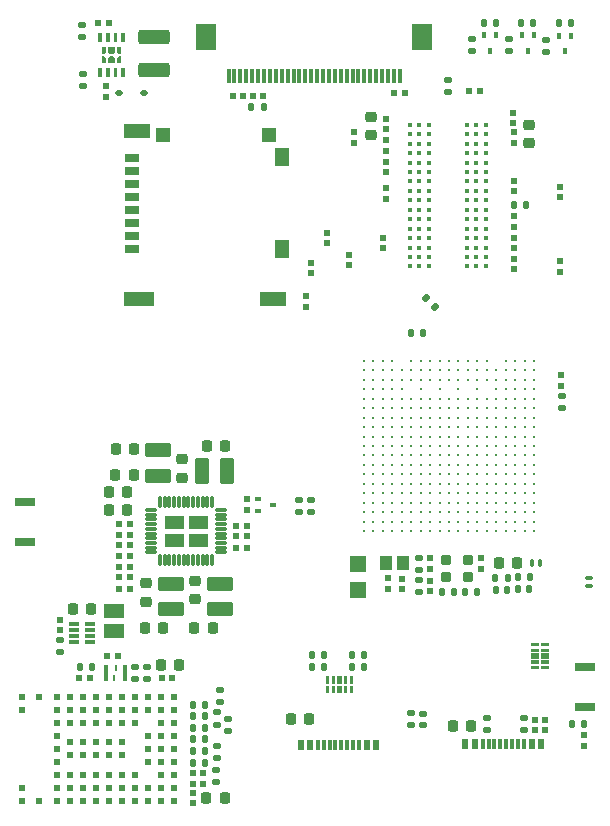
<source format=gbr>
%TF.GenerationSoftware,KiCad,Pcbnew,9.0.7*%
%TF.CreationDate,2026-01-26T18:53:02-07:00*%
%TF.ProjectId,MPU_MOD,4d50555f-4d4f-4442-9e6b-696361645f70,rev?*%
%TF.SameCoordinates,Original*%
%TF.FileFunction,Paste,Top*%
%TF.FilePolarity,Positive*%
%FSLAX46Y46*%
G04 Gerber Fmt 4.6, Leading zero omitted, Abs format (unit mm)*
G04 Created by KiCad (PCBNEW 9.0.7) date 2026-01-26 18:53:02*
%MOMM*%
%LPD*%
G01*
G04 APERTURE LIST*
G04 Aperture macros list*
%AMRoundRect*
0 Rectangle with rounded corners*
0 $1 Rounding radius*
0 $2 $3 $4 $5 $6 $7 $8 $9 X,Y pos of 4 corners*
0 Add a 4 corners polygon primitive as box body*
4,1,4,$2,$3,$4,$5,$6,$7,$8,$9,$2,$3,0*
0 Add four circle primitives for the rounded corners*
1,1,$1+$1,$2,$3*
1,1,$1+$1,$4,$5*
1,1,$1+$1,$6,$7*
1,1,$1+$1,$8,$9*
0 Add four rect primitives between the rounded corners*
20,1,$1+$1,$2,$3,$4,$5,0*
20,1,$1+$1,$4,$5,$6,$7,0*
20,1,$1+$1,$6,$7,$8,$9,0*
20,1,$1+$1,$8,$9,$2,$3,0*%
G04 Aperture macros list end*
%ADD10C,0.010000*%
%ADD11C,0.000000*%
%ADD12R,1.400000X1.400000*%
%ADD13R,0.560000X0.510000*%
%ADD14RoundRect,0.225000X0.250000X-0.225000X0.250000X0.225000X-0.250000X0.225000X-0.250000X-0.225000X0*%
%ADD15R,0.510000X0.560000*%
%ADD16RoundRect,0.225000X-0.225000X-0.250000X0.225000X-0.250000X0.225000X0.250000X-0.225000X0.250000X0*%
%ADD17R,0.600000X0.900000*%
%ADD18R,0.300000X0.900000*%
%ADD19RoundRect,0.135000X-0.135000X-0.185000X0.135000X-0.185000X0.135000X0.185000X-0.135000X0.185000X0*%
%ADD20RoundRect,0.135000X0.135000X0.185000X-0.135000X0.185000X-0.135000X-0.185000X0.135000X-0.185000X0*%
%ADD21RoundRect,0.135000X0.185000X-0.135000X0.185000X0.135000X-0.185000X0.135000X-0.185000X-0.135000X0*%
%ADD22R,1.000000X1.250000*%
%ADD23C,0.320002*%
%ADD24RoundRect,0.100000X0.155000X0.100000X-0.155000X0.100000X-0.155000X-0.100000X0.155000X-0.100000X0*%
%ADD25RoundRect,0.135000X-0.185000X0.135000X-0.185000X-0.135000X0.185000X-0.135000X0.185000X0.135000X0*%
%ADD26RoundRect,0.112500X-0.187500X-0.112500X0.187500X-0.112500X0.187500X0.112500X-0.187500X0.112500X0*%
%ADD27R,0.600000X0.600000*%
%ADD28RoundRect,0.147500X0.147500X0.172500X-0.147500X0.172500X-0.147500X-0.172500X0.147500X-0.172500X0*%
%ADD29RoundRect,0.250000X-0.850000X0.375000X-0.850000X-0.375000X0.850000X-0.375000X0.850000X0.375000X0*%
%ADD30RoundRect,0.041250X-0.123750X0.428750X-0.123750X-0.428750X0.123750X-0.428750X0.123750X0.428750X0*%
%ADD31RoundRect,0.041250X-0.428750X0.123750X-0.428750X-0.123750X0.428750X-0.123750X0.428750X0.123750X0*%
%ADD32RoundRect,0.250000X0.850000X-0.375000X0.850000X0.375000X-0.850000X0.375000X-0.850000X-0.375000X0*%
%ADD33RoundRect,0.225000X0.225000X0.250000X-0.225000X0.250000X-0.225000X-0.250000X0.225000X-0.250000X0*%
%ADD34RoundRect,0.250000X-0.375000X-0.850000X0.375000X-0.850000X0.375000X0.850000X-0.375000X0.850000X0*%
%ADD35R,2.200000X1.150000*%
%ADD36R,1.200000X1.150000*%
%ADD37R,1.150000X1.500000*%
%ADD38R,2.500000X1.150000*%
%ADD39R,1.240000X0.800000*%
%ADD40R,1.250000X1.150000*%
%ADD41RoundRect,0.033750X-0.396250X-0.101250X0.396250X-0.101250X0.396250X0.101250X-0.396250X0.101250X0*%
%ADD42RoundRect,0.225000X-0.250000X0.225000X-0.250000X-0.225000X0.250000X-0.225000X0.250000X0.225000X0*%
%ADD43R,1.820000X1.200000*%
%ADD44RoundRect,0.250000X-1.075000X0.375000X-1.075000X-0.375000X1.075000X-0.375000X1.075000X0.375000X0*%
%ADD45RoundRect,0.218750X0.218750X0.256250X-0.218750X0.256250X-0.218750X-0.256250X0.218750X-0.256250X0*%
%ADD46RoundRect,0.200000X0.250000X-0.200000X0.250000X0.200000X-0.250000X0.200000X-0.250000X-0.200000X0*%
%ADD47RoundRect,0.147500X-0.147500X-0.172500X0.147500X-0.172500X0.147500X0.172500X-0.147500X0.172500X0*%
%ADD48R,0.300000X1.300000*%
%ADD49R,1.800000X2.200000*%
%ADD50RoundRect,0.135000X0.226274X0.035355X0.035355X0.226274X-0.226274X-0.035355X-0.035355X-0.226274X0*%
%ADD51R,1.700000X0.800000*%
%ADD52C,0.420000*%
%ADD53RoundRect,0.147500X-0.172500X0.147500X-0.172500X-0.147500X0.172500X-0.147500X0.172500X0.147500X0*%
%ADD54R,0.400000X1.400000*%
%ADD55R,0.200000X0.500000*%
%ADD56RoundRect,0.100000X0.100000X-0.155000X0.100000X0.155000X-0.100000X0.155000X-0.100000X-0.155000X0*%
%ADD57RoundRect,0.050000X0.100000X0.250000X-0.100000X0.250000X-0.100000X-0.250000X0.100000X-0.250000X0*%
%ADD58RoundRect,0.050000X-0.250000X0.100000X-0.250000X-0.100000X0.250000X-0.100000X0.250000X0.100000X0*%
G04 APERTURE END LIST*
D10*
%TO.C,U1101*%
X87043000Y-116960000D02*
X86857000Y-116960000D01*
X86857000Y-116400000D01*
X87043000Y-116400000D01*
X87043000Y-116960000D01*
G36*
X87043000Y-116960000D02*
G01*
X86857000Y-116960000D01*
X86857000Y-116400000D01*
X87043000Y-116400000D01*
X87043000Y-116960000D01*
G37*
X87043000Y-117780000D02*
X86857000Y-117780000D01*
X86857000Y-117220000D01*
X87043000Y-117220000D01*
X87043000Y-117780000D01*
G36*
X87043000Y-117780000D02*
G01*
X86857000Y-117780000D01*
X86857000Y-117220000D01*
X87043000Y-117220000D01*
X87043000Y-117780000D01*
G37*
X87543000Y-116960000D02*
X87357000Y-116960000D01*
X87357000Y-116400000D01*
X87543000Y-116400000D01*
X87543000Y-116960000D01*
G36*
X87543000Y-116960000D02*
G01*
X87357000Y-116960000D01*
X87357000Y-116400000D01*
X87543000Y-116400000D01*
X87543000Y-116960000D01*
G37*
X87543000Y-117780000D02*
X87357000Y-117780000D01*
X87357000Y-117220000D01*
X87543000Y-117220000D01*
X87543000Y-117780000D01*
G36*
X87543000Y-117780000D02*
G01*
X87357000Y-117780000D01*
X87357000Y-117220000D01*
X87543000Y-117220000D01*
X87543000Y-117780000D01*
G37*
X88137000Y-116960000D02*
X87763000Y-116960000D01*
X87763000Y-116400000D01*
X88137000Y-116400000D01*
X88137000Y-116960000D01*
G36*
X88137000Y-116960000D02*
G01*
X87763000Y-116960000D01*
X87763000Y-116400000D01*
X88137000Y-116400000D01*
X88137000Y-116960000D01*
G37*
X88137000Y-117780000D02*
X87763000Y-117780000D01*
X87763000Y-117220000D01*
X88137000Y-117220000D01*
X88137000Y-117780000D01*
G36*
X88137000Y-117780000D02*
G01*
X87763000Y-117780000D01*
X87763000Y-117220000D01*
X88137000Y-117220000D01*
X88137000Y-117780000D01*
G37*
X88543000Y-116960000D02*
X88357000Y-116960000D01*
X88357000Y-116400000D01*
X88543000Y-116400000D01*
X88543000Y-116960000D01*
G36*
X88543000Y-116960000D02*
G01*
X88357000Y-116960000D01*
X88357000Y-116400000D01*
X88543000Y-116400000D01*
X88543000Y-116960000D01*
G37*
X88543000Y-117780000D02*
X88357000Y-117780000D01*
X88357000Y-117220000D01*
X88543000Y-117220000D01*
X88543000Y-117780000D01*
G36*
X88543000Y-117780000D02*
G01*
X88357000Y-117780000D01*
X88357000Y-117220000D01*
X88543000Y-117220000D01*
X88543000Y-117780000D01*
G37*
X89043000Y-116960000D02*
X88857000Y-116960000D01*
X88857000Y-116400000D01*
X89043000Y-116400000D01*
X89043000Y-116960000D01*
G36*
X89043000Y-116960000D02*
G01*
X88857000Y-116960000D01*
X88857000Y-116400000D01*
X89043000Y-116400000D01*
X89043000Y-116960000D01*
G37*
X89043000Y-117780000D02*
X88857000Y-117780000D01*
X88857000Y-117220000D01*
X89043000Y-117220000D01*
X89043000Y-117780000D01*
G36*
X89043000Y-117780000D02*
G01*
X88857000Y-117780000D01*
X88857000Y-117220000D01*
X89043000Y-117220000D01*
X89043000Y-117780000D01*
G37*
%TO.C,U202*%
X74760000Y-103895000D02*
X73230000Y-103895000D01*
X73230000Y-102865000D01*
X74760000Y-102865000D01*
X74760000Y-103895000D01*
G36*
X74760000Y-103895000D02*
G01*
X73230000Y-103895000D01*
X73230000Y-102865000D01*
X74760000Y-102865000D01*
X74760000Y-103895000D01*
G37*
X74760000Y-105405000D02*
X73230000Y-105405000D01*
X73230000Y-104375000D01*
X74760000Y-104375000D01*
X74760000Y-105405000D01*
G36*
X74760000Y-105405000D02*
G01*
X73230000Y-105405000D01*
X73230000Y-104375000D01*
X74760000Y-104375000D01*
X74760000Y-105405000D01*
G37*
X76770000Y-103895000D02*
X75240000Y-103895000D01*
X75240000Y-102865000D01*
X76770000Y-102865000D01*
X76770000Y-103895000D01*
G36*
X76770000Y-103895000D02*
G01*
X75240000Y-103895000D01*
X75240000Y-102865000D01*
X76770000Y-102865000D01*
X76770000Y-103895000D01*
G37*
X76770000Y-105405000D02*
X75240000Y-105405000D01*
X75240000Y-104375000D01*
X76770000Y-104375000D01*
X76770000Y-105405000D01*
G36*
X76770000Y-105405000D02*
G01*
X75240000Y-105405000D01*
X75240000Y-104375000D01*
X76770000Y-104375000D01*
X76770000Y-105405000D01*
G37*
D11*
%TO.C,U1001*%
G36*
X67875107Y-62725108D02*
G01*
X67574892Y-62725108D01*
X67574892Y-61924893D01*
X67875107Y-61924893D01*
X67875107Y-62725108D01*
G37*
G36*
X67875107Y-65675107D02*
G01*
X67574892Y-65675107D01*
X67574892Y-64874892D01*
X67875107Y-64874892D01*
X67875107Y-65675107D01*
G37*
G36*
X68525108Y-62725108D02*
G01*
X68224893Y-62725108D01*
X68224893Y-61924893D01*
X68525108Y-61924893D01*
X68525108Y-62725108D01*
G37*
G36*
X68525108Y-65675107D02*
G01*
X68224893Y-65675107D01*
X68224893Y-64874892D01*
X68525108Y-64874892D01*
X68525108Y-65675107D01*
G37*
G36*
X69175107Y-62725108D02*
G01*
X68874892Y-62725108D01*
X68874892Y-61924893D01*
X69175107Y-61924893D01*
X69175107Y-62725108D01*
G37*
G36*
X69175107Y-65675107D02*
G01*
X68874892Y-65675107D01*
X68874892Y-64874892D01*
X69175107Y-64874892D01*
X69175107Y-65675107D01*
G37*
G36*
X69825108Y-62725108D02*
G01*
X69524893Y-62725108D01*
X69524893Y-61924893D01*
X69825108Y-61924893D01*
X69825108Y-62725108D01*
G37*
G36*
X69825108Y-65675107D02*
G01*
X69524893Y-65675107D01*
X69524893Y-64874892D01*
X69825108Y-64874892D01*
X69825108Y-65675107D01*
G37*
G36*
X68206300Y-63558579D02*
G01*
X68064879Y-63700000D01*
X67899930Y-63700000D01*
X67899930Y-63124930D01*
X68206300Y-63124930D01*
X68206300Y-63558579D01*
G37*
G36*
X68206300Y-64041421D02*
G01*
X68206300Y-64475070D01*
X67899930Y-64475070D01*
X67899930Y-63900000D01*
X68064879Y-63900000D01*
X68206300Y-64041421D01*
G37*
G36*
X69500070Y-63700000D02*
G01*
X69335121Y-63700000D01*
X69193700Y-63558579D01*
X69193700Y-63124930D01*
X69500070Y-63124930D01*
X69500070Y-63700000D01*
G37*
G36*
X69500070Y-64475070D02*
G01*
X69193700Y-64475070D01*
X69193700Y-64041421D01*
X69335121Y-63900000D01*
X69500070Y-63900000D01*
X69500070Y-64475070D01*
G37*
G36*
X68993700Y-63558579D02*
G01*
X68852279Y-63700000D01*
X68547721Y-63700000D01*
X68406300Y-63558579D01*
X68406300Y-63124930D01*
X68993700Y-63124930D01*
X68993700Y-63558579D01*
G37*
G36*
X68993700Y-64041421D02*
G01*
X68993700Y-64475070D01*
X68406300Y-64475070D01*
X68406300Y-64041421D01*
X68547721Y-63900000D01*
X68852279Y-63900000D01*
X68993700Y-64041421D01*
G37*
D10*
%TO.C,U2*%
X104810000Y-113753000D02*
X104250000Y-113753000D01*
X104250000Y-113567000D01*
X104810000Y-113567000D01*
X104810000Y-113753000D01*
G36*
X104810000Y-113753000D02*
G01*
X104250000Y-113753000D01*
X104250000Y-113567000D01*
X104810000Y-113567000D01*
X104810000Y-113753000D01*
G37*
X104810000Y-114253000D02*
X104250000Y-114253000D01*
X104250000Y-114067000D01*
X104810000Y-114067000D01*
X104810000Y-114253000D01*
G36*
X104810000Y-114253000D02*
G01*
X104250000Y-114253000D01*
X104250000Y-114067000D01*
X104810000Y-114067000D01*
X104810000Y-114253000D01*
G37*
X104810000Y-114847000D02*
X104250000Y-114847000D01*
X104250000Y-114473000D01*
X104810000Y-114473000D01*
X104810000Y-114847000D01*
G36*
X104810000Y-114847000D02*
G01*
X104250000Y-114847000D01*
X104250000Y-114473000D01*
X104810000Y-114473000D01*
X104810000Y-114847000D01*
G37*
X104810000Y-115253000D02*
X104250000Y-115253000D01*
X104250000Y-115067000D01*
X104810000Y-115067000D01*
X104810000Y-115253000D01*
G36*
X104810000Y-115253000D02*
G01*
X104250000Y-115253000D01*
X104250000Y-115067000D01*
X104810000Y-115067000D01*
X104810000Y-115253000D01*
G37*
X104810000Y-115753000D02*
X104250000Y-115753000D01*
X104250000Y-115567000D01*
X104810000Y-115567000D01*
X104810000Y-115753000D01*
G36*
X104810000Y-115753000D02*
G01*
X104250000Y-115753000D01*
X104250000Y-115567000D01*
X104810000Y-115567000D01*
X104810000Y-115753000D01*
G37*
X105630000Y-113753000D02*
X105070000Y-113753000D01*
X105070000Y-113567000D01*
X105630000Y-113567000D01*
X105630000Y-113753000D01*
G36*
X105630000Y-113753000D02*
G01*
X105070000Y-113753000D01*
X105070000Y-113567000D01*
X105630000Y-113567000D01*
X105630000Y-113753000D01*
G37*
X105630000Y-114253000D02*
X105070000Y-114253000D01*
X105070000Y-114067000D01*
X105630000Y-114067000D01*
X105630000Y-114253000D01*
G36*
X105630000Y-114253000D02*
G01*
X105070000Y-114253000D01*
X105070000Y-114067000D01*
X105630000Y-114067000D01*
X105630000Y-114253000D01*
G37*
X105630000Y-114847000D02*
X105070000Y-114847000D01*
X105070000Y-114473000D01*
X105630000Y-114473000D01*
X105630000Y-114847000D01*
G36*
X105630000Y-114847000D02*
G01*
X105070000Y-114847000D01*
X105070000Y-114473000D01*
X105630000Y-114473000D01*
X105630000Y-114847000D01*
G37*
X105630000Y-115253000D02*
X105070000Y-115253000D01*
X105070000Y-115067000D01*
X105630000Y-115067000D01*
X105630000Y-115253000D01*
G36*
X105630000Y-115253000D02*
G01*
X105070000Y-115253000D01*
X105070000Y-115067000D01*
X105630000Y-115067000D01*
X105630000Y-115253000D01*
G37*
X105630000Y-115753000D02*
X105070000Y-115753000D01*
X105070000Y-115567000D01*
X105630000Y-115567000D01*
X105630000Y-115753000D01*
G36*
X105630000Y-115753000D02*
G01*
X105070000Y-115753000D01*
X105070000Y-115567000D01*
X105630000Y-115567000D01*
X105630000Y-115753000D01*
G37*
%TD*%
D12*
%TO.C,C338*%
X89590000Y-106902500D03*
X89590000Y-109102500D03*
%TD*%
D13*
%TO.C,C422*%
X102768400Y-74440000D03*
X102768400Y-75340000D03*
%TD*%
%TO.C,C423*%
X91940000Y-71940000D03*
X91940000Y-71040000D03*
%TD*%
D14*
%TO.C,C424*%
X90690000Y-69045000D03*
X90690000Y-70595000D03*
%TD*%
D13*
%TO.C,C425*%
X91940000Y-70120000D03*
X91940000Y-69220000D03*
%TD*%
%TO.C,C426*%
X102767400Y-80166585D03*
X102767400Y-79266585D03*
%TD*%
%TO.C,C601*%
X93290000Y-109060000D03*
X93290000Y-108160000D03*
%TD*%
%TO.C,C602*%
X92090000Y-108120000D03*
X92090000Y-109020000D03*
%TD*%
%TO.C,C901*%
X75570000Y-125510000D03*
X75570000Y-124610000D03*
%TD*%
D15*
%TO.C,C902*%
X73850000Y-116600000D03*
X72950000Y-116600000D03*
%TD*%
%TO.C,C1006*%
X80650000Y-67300000D03*
X81550000Y-67300000D03*
%TD*%
%TO.C,C1007*%
X79850000Y-67300000D03*
X78950000Y-67300000D03*
%TD*%
D13*
%TO.C,C1008*%
X86930000Y-79770000D03*
X86930000Y-78870000D03*
%TD*%
D16*
%TO.C,C1103*%
X83875000Y-120000000D03*
X85425000Y-120000000D03*
%TD*%
D17*
%TO.C,J1101*%
X84700000Y-122210000D03*
X85500000Y-122210000D03*
D18*
X86650000Y-122210000D03*
X87650000Y-122210000D03*
X88150000Y-122210000D03*
X89150000Y-122210000D03*
D17*
X91100000Y-122210000D03*
X90300000Y-122210000D03*
D18*
X89650000Y-122210000D03*
X88650000Y-122210000D03*
X87150000Y-122210000D03*
X86150000Y-122210000D03*
%TD*%
D19*
%TO.C,R401*%
X94040000Y-87320000D03*
X95060000Y-87320000D03*
%TD*%
%TO.C,R402*%
X102757400Y-76516585D03*
X103777400Y-76516585D03*
%TD*%
%TO.C,R603*%
X85690000Y-114600000D03*
X86710000Y-114600000D03*
%TD*%
D20*
%TO.C,R604*%
X90110000Y-114600000D03*
X89090000Y-114600000D03*
%TD*%
D21*
%TO.C,R801*%
X106870000Y-93730000D03*
X106870000Y-92710000D03*
%TD*%
D20*
%TO.C,R1101*%
X90110000Y-115600000D03*
X89090000Y-115600000D03*
%TD*%
D19*
%TO.C,R1102*%
X85690000Y-115600000D03*
X86710000Y-115600000D03*
%TD*%
D22*
%TO.C,Y601*%
X91890000Y-106790000D03*
X93390000Y-106790000D03*
%TD*%
D15*
%TO.C,C209*%
X69315000Y-108035000D03*
X70215000Y-108035000D03*
%TD*%
D23*
%TO.C,U4*%
X90067400Y-104116585D03*
X90067400Y-103316585D03*
X90067400Y-102516585D03*
X90067400Y-101716585D03*
X90067400Y-100916585D03*
X90067400Y-100116585D03*
X90067400Y-99316585D03*
X90067400Y-98516585D03*
X90067400Y-97716585D03*
X90067400Y-96916585D03*
X90067400Y-96116585D03*
X90067400Y-95316585D03*
X90067400Y-94516585D03*
X90067400Y-93716585D03*
X90067400Y-92916585D03*
X90067400Y-92116585D03*
X90067400Y-91316585D03*
X90067400Y-90516585D03*
X90067400Y-89716585D03*
X90867400Y-104116585D03*
X90867400Y-103316585D03*
X90867400Y-102516585D03*
X90867400Y-101716585D03*
X90867400Y-100916585D03*
X90867400Y-100116585D03*
X90867400Y-99316585D03*
X90867400Y-98516585D03*
X90867400Y-97716585D03*
X90867400Y-96916585D03*
X90867400Y-96116585D03*
X90867400Y-95316585D03*
X90867400Y-94516585D03*
X90867400Y-93716585D03*
X90867400Y-92916585D03*
X90867400Y-92116585D03*
X90867400Y-91316585D03*
X90867400Y-90516585D03*
X90867400Y-89716585D03*
X91667400Y-104116585D03*
X91667400Y-103316585D03*
X91667400Y-102516585D03*
X91667400Y-101716585D03*
X91667400Y-100916585D03*
X91667400Y-100116585D03*
X91667400Y-99316585D03*
X91667400Y-98516585D03*
X91667400Y-97716585D03*
X91667400Y-96916585D03*
X91667400Y-96116585D03*
X91667400Y-95316585D03*
X91667400Y-94516585D03*
X91667400Y-93716585D03*
X91667400Y-92916585D03*
X91667400Y-92116585D03*
X91667400Y-91316585D03*
X91667400Y-90516585D03*
X91667400Y-89716585D03*
X92467400Y-104116585D03*
X92467400Y-103316585D03*
X92467400Y-102516585D03*
X92467400Y-101716585D03*
X92467400Y-100916585D03*
X92467400Y-100116585D03*
X92467400Y-99316585D03*
X92467400Y-98516585D03*
X92467400Y-97716585D03*
X92467400Y-96916585D03*
X92467400Y-96116585D03*
X92467400Y-95316585D03*
X92467400Y-94516585D03*
X92467400Y-93716585D03*
X92467400Y-92916585D03*
X92467400Y-92116585D03*
X92467400Y-91316585D03*
X92467400Y-90516585D03*
X92467400Y-89716585D03*
X93267400Y-104116585D03*
X93267400Y-103316585D03*
X93267400Y-102516585D03*
X93267400Y-101716585D03*
X93267400Y-100916585D03*
X93267400Y-100116585D03*
X93267400Y-99316585D03*
X93267400Y-98516585D03*
X93267400Y-97716585D03*
X93267400Y-96916585D03*
X93267400Y-96116585D03*
X93267400Y-95316585D03*
X93267400Y-94516585D03*
X93267400Y-93716585D03*
X93267400Y-92916585D03*
X93267400Y-92116585D03*
X93267400Y-91316585D03*
X93267400Y-90516585D03*
X94067400Y-104116585D03*
X94067400Y-103316585D03*
X94067400Y-102516585D03*
X94067400Y-101716585D03*
X94067400Y-100916585D03*
X94067400Y-100116585D03*
X94067400Y-99316585D03*
X94067400Y-98516585D03*
X94067400Y-97716585D03*
X94067400Y-96916585D03*
X94067400Y-96116585D03*
X94067400Y-95316585D03*
X94067400Y-94516585D03*
X94067400Y-93716585D03*
X94067400Y-92916585D03*
X94067400Y-91316585D03*
X94067400Y-90516585D03*
X94067400Y-89716585D03*
X94867400Y-104116585D03*
X94867400Y-103316585D03*
X94867400Y-102516585D03*
X94867400Y-101716585D03*
X94867400Y-100916585D03*
X94867400Y-100116585D03*
X94867400Y-99316585D03*
X94867400Y-98516585D03*
X94867400Y-97716585D03*
X94867400Y-96916585D03*
X94867400Y-96116585D03*
X94867400Y-95316585D03*
X94867400Y-94516585D03*
X94867400Y-93716585D03*
X94867400Y-92916585D03*
X94867400Y-92116585D03*
X94867400Y-91316585D03*
X94867400Y-90516585D03*
X94867400Y-89716585D03*
X95667400Y-104116585D03*
X95667400Y-103316585D03*
X95667400Y-102516585D03*
X95667400Y-101716585D03*
X95667400Y-100916585D03*
X95667400Y-100116585D03*
X95667400Y-99316585D03*
X95667400Y-98516585D03*
X95667400Y-97716585D03*
X95667400Y-96916585D03*
X95667400Y-96116585D03*
X95667400Y-95316585D03*
X95667400Y-94516585D03*
X95667400Y-93716585D03*
X95667400Y-92916585D03*
X95667400Y-91316585D03*
X95667400Y-90516585D03*
X95667400Y-89716585D03*
X96467400Y-104116585D03*
X96467400Y-103316585D03*
X96467400Y-102516585D03*
X96467400Y-101716585D03*
X96467400Y-100916585D03*
X96467400Y-100116585D03*
X96467400Y-99316585D03*
X96467400Y-98516585D03*
X96467400Y-97716585D03*
X96467400Y-96916585D03*
X96467400Y-96116585D03*
X96467400Y-95316585D03*
X96467400Y-94516585D03*
X96467400Y-93716585D03*
X96467400Y-92916585D03*
X96467400Y-92116585D03*
X96467400Y-91316585D03*
X96467400Y-90516585D03*
X96467400Y-89716585D03*
X97267400Y-104116585D03*
X97267400Y-103316585D03*
X97267400Y-102516585D03*
X97267400Y-101716585D03*
X97267400Y-100916585D03*
X97267400Y-100116585D03*
X97267400Y-99316585D03*
X97267400Y-98516585D03*
X97267400Y-97716585D03*
X97267400Y-96916585D03*
X97267400Y-96116585D03*
X97267400Y-95316585D03*
X97267400Y-94516585D03*
X97267400Y-93716585D03*
X97267400Y-92916585D03*
X97267400Y-91316585D03*
X97267400Y-90516585D03*
X97267400Y-89716585D03*
X98067400Y-104116585D03*
X98067400Y-103316585D03*
X98067400Y-102516585D03*
X98067400Y-101716585D03*
X98067400Y-100916585D03*
X98067400Y-100116585D03*
X98067400Y-99316585D03*
X98067400Y-98516585D03*
X98067400Y-97716585D03*
X98067400Y-96916585D03*
X98067400Y-96116585D03*
X98067400Y-95316585D03*
X98067400Y-94516585D03*
X98067400Y-93716585D03*
X98067400Y-92916585D03*
X98067400Y-92116585D03*
X98067400Y-91316585D03*
X98067400Y-90516585D03*
X98067400Y-89716585D03*
X98867400Y-104116585D03*
X98867400Y-103316585D03*
X98867400Y-102516585D03*
X98867400Y-101716585D03*
X98867400Y-100916585D03*
X98867400Y-100116585D03*
X98867400Y-99316585D03*
X98867400Y-98516585D03*
X98867400Y-97716585D03*
X98867400Y-96916585D03*
X98867400Y-96116585D03*
X98867400Y-95316585D03*
X98867400Y-94516585D03*
X98867400Y-93716585D03*
X98867400Y-92916585D03*
X98867400Y-91316585D03*
X98867400Y-90516585D03*
X98867400Y-89716585D03*
X99667400Y-104116585D03*
X99667400Y-103316585D03*
X99667400Y-102516585D03*
X99667400Y-101716585D03*
X99667400Y-100916585D03*
X99667400Y-100116585D03*
X99667400Y-99316585D03*
X99667400Y-98516585D03*
X99667400Y-97716585D03*
X99667400Y-96916585D03*
X99667400Y-96116585D03*
X99667400Y-95316585D03*
X99667400Y-94516585D03*
X99667400Y-93716585D03*
X99667400Y-92916585D03*
X99667400Y-92116585D03*
X99667400Y-91316585D03*
X99667400Y-90516585D03*
X99667400Y-89716585D03*
X100467400Y-104116585D03*
X100467400Y-103316585D03*
X100467400Y-102516585D03*
X100467400Y-101716585D03*
X100467400Y-100916585D03*
X100467400Y-100116585D03*
X100467400Y-99316585D03*
X100467400Y-98516585D03*
X100467400Y-97716585D03*
X100467400Y-96916585D03*
X100467400Y-96116585D03*
X100467400Y-95316585D03*
X100467400Y-94516585D03*
X100467400Y-93716585D03*
X100467400Y-92916585D03*
X100467400Y-91316585D03*
X100467400Y-90516585D03*
X100467400Y-89716585D03*
X101267400Y-104116585D03*
X101267400Y-103316585D03*
X101267400Y-102516585D03*
X101267400Y-101716585D03*
X101267400Y-100916585D03*
X101267400Y-100116585D03*
X101267400Y-99316585D03*
X101267400Y-98516585D03*
X101267400Y-97716585D03*
X101267400Y-96916585D03*
X101267400Y-96116585D03*
X101267400Y-95316585D03*
X101267400Y-94516585D03*
X101267400Y-93716585D03*
X101267400Y-92916585D03*
X101267400Y-92116585D03*
X101267400Y-91316585D03*
X101267400Y-90516585D03*
X102067400Y-104116585D03*
X102067400Y-103316585D03*
X102067400Y-102516585D03*
X102067400Y-101716585D03*
X102067400Y-100916585D03*
X102067400Y-100116585D03*
X102067400Y-99316585D03*
X102067400Y-98516585D03*
X102067400Y-97716585D03*
X102067400Y-96916585D03*
X102067400Y-96116585D03*
X102067400Y-95316585D03*
X102067400Y-94516585D03*
X102067400Y-93716585D03*
X102067400Y-92916585D03*
X102067400Y-92116585D03*
X102067400Y-91316585D03*
X102067400Y-90516585D03*
X102067400Y-89716585D03*
X102867400Y-104116585D03*
X102867400Y-103316585D03*
X102867400Y-102516585D03*
X102867400Y-101716585D03*
X102867400Y-100916585D03*
X102867400Y-100116585D03*
X102867400Y-99316585D03*
X102867400Y-98516585D03*
X102867400Y-97716585D03*
X102867400Y-96916585D03*
X102867400Y-96116585D03*
X102867400Y-95316585D03*
X102867400Y-94516585D03*
X102867400Y-93716585D03*
X102867400Y-92916585D03*
X102867400Y-92116585D03*
X102867400Y-91316585D03*
X102867400Y-90516585D03*
X102867400Y-89716585D03*
X103667400Y-104116585D03*
X103667400Y-103316585D03*
X103667400Y-102516585D03*
X103667400Y-101716585D03*
X103667400Y-100916585D03*
X103667400Y-100116585D03*
X103667400Y-99316585D03*
X103667400Y-98516585D03*
X103667400Y-97716585D03*
X103667400Y-96916585D03*
X103667400Y-96116585D03*
X103667400Y-95316585D03*
X103667400Y-94516585D03*
X103667400Y-93716585D03*
X103667400Y-92916585D03*
X103667400Y-92116585D03*
X103667400Y-91316585D03*
X103667400Y-90516585D03*
X103667400Y-89716585D03*
X104467400Y-104116585D03*
X104467400Y-103316585D03*
X104467400Y-102516585D03*
X104467400Y-101716585D03*
X104467400Y-100916585D03*
X104467400Y-100116585D03*
X104467400Y-99316585D03*
X104467400Y-98516585D03*
X104467400Y-97716585D03*
X104467400Y-96916585D03*
X104467400Y-96116585D03*
X104467400Y-95316585D03*
X104467400Y-94516585D03*
X104467400Y-93716585D03*
X104467400Y-92916585D03*
X104467400Y-92116585D03*
X104467400Y-91316585D03*
X104467400Y-90516585D03*
X104467400Y-89716585D03*
%TD*%
D13*
%TO.C,C405*%
X89200000Y-71250000D03*
X89200000Y-70350000D03*
%TD*%
D20*
%TO.C,R909*%
X76610000Y-122760000D03*
X75590000Y-122760000D03*
%TD*%
%TO.C,R701*%
X108710000Y-120480000D03*
X107690000Y-120480000D03*
%TD*%
D15*
%TO.C,C1004*%
X93550000Y-67000000D03*
X92650000Y-67000000D03*
%TD*%
D13*
%TO.C,C1003*%
X85200000Y-84250000D03*
X85200000Y-85150000D03*
%TD*%
D16*
%TO.C,C221*%
X69040000Y-97185000D03*
X70590000Y-97185000D03*
%TD*%
%TO.C,C220*%
X76790000Y-96935000D03*
X78340000Y-96935000D03*
%TD*%
D14*
%TO.C,C206*%
X75790000Y-109910000D03*
X75790000Y-108360000D03*
%TD*%
D24*
%TO.C,Q201*%
X81097500Y-101410000D03*
X81097500Y-102410000D03*
X82387500Y-101910000D03*
%TD*%
D20*
%TO.C,R911*%
X76610000Y-121760000D03*
X75590000Y-121760000D03*
%TD*%
D25*
%TO.C,R606*%
X85601000Y-101490000D03*
X85601000Y-102510000D03*
%TD*%
D16*
%TO.C,C208*%
X68465000Y-100835000D03*
X70015000Y-100835000D03*
%TD*%
D13*
%TO.C,C431*%
X102767400Y-70366585D03*
X102767400Y-71266585D03*
%TD*%
D26*
%TO.C,D1001*%
X69350000Y-67000000D03*
X71450000Y-67000000D03*
%TD*%
D27*
%TO.C,U901*%
X73990000Y-118160000D03*
X73990000Y-119260000D03*
X73990000Y-120360000D03*
X73990000Y-121460000D03*
X73990000Y-122560000D03*
X73990000Y-123660000D03*
X73990000Y-124760000D03*
X73990000Y-125860000D03*
X73990000Y-126960000D03*
X72890000Y-118160000D03*
X72890000Y-119260000D03*
X72890000Y-120360000D03*
X72890000Y-121460000D03*
X72890000Y-122560000D03*
X72890000Y-123660000D03*
X72890000Y-124760000D03*
X72890000Y-125860000D03*
X72890000Y-126960000D03*
X71790000Y-118160000D03*
X71790000Y-119260000D03*
X71790000Y-121460000D03*
X71790000Y-122560000D03*
X71790000Y-123660000D03*
X71790000Y-125860000D03*
X71790000Y-126960000D03*
X70690000Y-118160000D03*
X70690000Y-119260000D03*
X70690000Y-120360000D03*
X70690000Y-124760000D03*
X70690000Y-125860000D03*
X70690000Y-126960000D03*
X69590000Y-118160000D03*
X69590000Y-119260000D03*
X69590000Y-120360000D03*
X69590000Y-122010000D03*
X69590000Y-123110000D03*
X69590000Y-124760000D03*
X69590000Y-125860000D03*
X69590000Y-126960000D03*
X68490000Y-118160000D03*
X68490000Y-119260000D03*
X68490000Y-120360000D03*
X68490000Y-122010000D03*
X68490000Y-123110000D03*
X68490000Y-124760000D03*
X68490000Y-125860000D03*
X68490000Y-126960000D03*
X67390000Y-118160000D03*
X67390000Y-119260000D03*
X67390000Y-120360000D03*
X67390000Y-122010000D03*
X67390000Y-123110000D03*
X67390000Y-124760000D03*
X67390000Y-125860000D03*
X67390000Y-126960000D03*
X66290000Y-118160000D03*
X66290000Y-119260000D03*
X66290000Y-120360000D03*
X66290000Y-122010000D03*
X66290000Y-123110000D03*
X66290000Y-124760000D03*
X66290000Y-125860000D03*
X66290000Y-126960000D03*
X65190000Y-118160000D03*
X65190000Y-119260000D03*
X65190000Y-120360000D03*
X65190000Y-122010000D03*
X65190000Y-123110000D03*
X65190000Y-124760000D03*
X65190000Y-125860000D03*
X65190000Y-126960000D03*
X64090000Y-118160000D03*
X64090000Y-119260000D03*
X64090000Y-120360000D03*
X64090000Y-121460000D03*
X64090000Y-122560000D03*
X64090000Y-123660000D03*
X64090000Y-124760000D03*
X64090000Y-125860000D03*
X64090000Y-126960000D03*
X62590000Y-118160000D03*
X62590000Y-126960000D03*
X61090000Y-118160000D03*
X61090000Y-119260000D03*
X61090000Y-125860000D03*
X61090000Y-126960000D03*
%TD*%
D21*
%TO.C,R708*%
X94690000Y-109290000D03*
X94690000Y-108270000D03*
%TD*%
D13*
%TO.C,C404*%
X106700000Y-81250000D03*
X106700000Y-82150000D03*
%TD*%
D15*
%TO.C,C1001*%
X67550000Y-61100000D03*
X68450000Y-61100000D03*
%TD*%
%TO.C,C219*%
X80150000Y-103662500D03*
X79250000Y-103662500D03*
%TD*%
%TO.C,C212*%
X69315000Y-103535000D03*
X70215000Y-103535000D03*
%TD*%
D13*
%TO.C,C703*%
X95690000Y-109220000D03*
X95690000Y-108320000D03*
%TD*%
%TO.C,C704*%
X95690000Y-106430000D03*
X95690000Y-107330000D03*
%TD*%
D15*
%TO.C,C217*%
X69315000Y-106235000D03*
X70215000Y-106235000D03*
%TD*%
D28*
%TO.C,D602*%
X102200000Y-109070000D03*
X101230000Y-109070000D03*
%TD*%
D13*
%TO.C,C701*%
X108710000Y-122290000D03*
X108710000Y-121390000D03*
%TD*%
D21*
%TO.C,R906*%
X77870000Y-118560000D03*
X77870000Y-117540000D03*
%TD*%
D29*
%TO.C,L204*%
X77865000Y-108585000D03*
X77865000Y-110735000D03*
%TD*%
D25*
%TO.C,R1004*%
X66225000Y-61290000D03*
X66225000Y-62310000D03*
%TD*%
%TO.C,R903*%
X77570000Y-124320000D03*
X77570000Y-125340000D03*
%TD*%
D30*
%TO.C,U202*%
X77200000Y-101700000D03*
X76800000Y-101700000D03*
X76400000Y-101700000D03*
X76000000Y-101700000D03*
X75600000Y-101700000D03*
X75200000Y-101700000D03*
X74800000Y-101700000D03*
X74400000Y-101700000D03*
X74000000Y-101700000D03*
X73600000Y-101700000D03*
X73200000Y-101700000D03*
X72800000Y-101700000D03*
D31*
X72065000Y-102335000D03*
X72065000Y-102735000D03*
X72065000Y-103135000D03*
X72065000Y-103535000D03*
X72065000Y-103935000D03*
X72065000Y-104335000D03*
X72065000Y-104735000D03*
X72065000Y-105135000D03*
X72065000Y-105535000D03*
X72065000Y-105935000D03*
D30*
X72800000Y-106570000D03*
X73200000Y-106570000D03*
X73600000Y-106570000D03*
X74000000Y-106570000D03*
X74400000Y-106570000D03*
X74800000Y-106570000D03*
X75200000Y-106570000D03*
X75600000Y-106570000D03*
X76000000Y-106570000D03*
X76400000Y-106570000D03*
X76800000Y-106570000D03*
X77200000Y-106570000D03*
D31*
X77935000Y-105935000D03*
X77935000Y-105535000D03*
X77935000Y-105135000D03*
X77935000Y-104735000D03*
X77935000Y-104335000D03*
X77935000Y-103935000D03*
X77935000Y-103535000D03*
X77935000Y-103135000D03*
X77935000Y-102735000D03*
X77935000Y-102335000D03*
%TD*%
D15*
%TO.C,C211*%
X80150000Y-105562500D03*
X79250000Y-105562500D03*
%TD*%
D32*
%TO.C,L203*%
X72640000Y-99435000D03*
X72640000Y-97285000D03*
%TD*%
D13*
%TO.C,C407*%
X102700000Y-68700000D03*
X102700000Y-69600000D03*
%TD*%
%TO.C,C1005*%
X85600000Y-81400000D03*
X85600000Y-82300000D03*
%TD*%
%TO.C,C408*%
X102767400Y-78366585D03*
X102767400Y-77466585D03*
%TD*%
D25*
%TO.C,R605*%
X84601000Y-101490000D03*
X84601000Y-102510000D03*
%TD*%
D33*
%TO.C,C202*%
X66995000Y-110760000D03*
X65445000Y-110760000D03*
%TD*%
D15*
%TO.C,C218*%
X69315000Y-107135000D03*
X70215000Y-107135000D03*
%TD*%
D13*
%TO.C,C409*%
X91920000Y-75992828D03*
X91920000Y-75092828D03*
%TD*%
D20*
%TO.C,R1010*%
X81560000Y-68250000D03*
X80540000Y-68250000D03*
%TD*%
D13*
%TO.C,R202*%
X80140000Y-102320000D03*
X80140000Y-101420000D03*
%TD*%
%TO.C,C201*%
X64300000Y-111610000D03*
X64300000Y-112510000D03*
%TD*%
D34*
%TO.C,L202*%
X76315000Y-99035000D03*
X78465000Y-99035000D03*
%TD*%
D15*
%TO.C,C402*%
X98950000Y-66900000D03*
X99850000Y-66900000D03*
%TD*%
D35*
%TO.C,J501*%
X70870000Y-70220000D03*
D36*
X82020000Y-70620000D03*
D37*
X83145000Y-72425000D03*
X83145000Y-80205000D03*
D35*
X82350000Y-84510000D03*
D38*
X71020000Y-84510000D03*
D39*
X70390000Y-80265000D03*
X70390000Y-79165000D03*
X70390000Y-78065000D03*
X70390000Y-76965000D03*
X70390000Y-75865000D03*
X70390000Y-74765000D03*
X70390000Y-73665000D03*
X70390000Y-72565000D03*
D40*
X73020000Y-70620000D03*
%TD*%
D21*
%TO.C,R1003*%
X99190000Y-63497500D03*
X99190000Y-62477500D03*
%TD*%
D41*
%TO.C,U201*%
X65525000Y-112030000D03*
X65525000Y-112530000D03*
X65525000Y-113030000D03*
X65525000Y-113530000D03*
X66895000Y-113530000D03*
X66895000Y-113030000D03*
X66895000Y-112530000D03*
X66895000Y-112030000D03*
%TD*%
D19*
%TO.C,R1006*%
X103390000Y-61100000D03*
X104410000Y-61100000D03*
%TD*%
D13*
%TO.C,C406*%
X88820000Y-80710000D03*
X88820000Y-81610000D03*
%TD*%
D19*
%TO.C,R710*%
X98590000Y-109290000D03*
X99610000Y-109290000D03*
%TD*%
%TO.C,R1002*%
X100240000Y-61090000D03*
X101260000Y-61090000D03*
%TD*%
D13*
%TO.C,C429*%
X91940000Y-72860000D03*
X91940000Y-73760000D03*
%TD*%
D16*
%TO.C,C205*%
X69015000Y-99335000D03*
X70565000Y-99335000D03*
%TD*%
D42*
%TO.C,C204*%
X74690000Y-98060000D03*
X74690000Y-99610000D03*
%TD*%
D15*
%TO.C,C210*%
X69315000Y-105335000D03*
X70215000Y-105335000D03*
%TD*%
D16*
%TO.C,C223*%
X71515000Y-112335000D03*
X73065000Y-112335000D03*
%TD*%
D14*
%TO.C,C207*%
X71590000Y-110110000D03*
X71590000Y-108560000D03*
%TD*%
D43*
%TO.C,L201*%
X68900000Y-112600000D03*
X68900000Y-110880000D03*
%TD*%
D44*
%TO.C,L1001*%
X72300000Y-62300000D03*
X72300000Y-65100000D03*
%TD*%
D21*
%TO.C,R1008*%
X105500000Y-63522500D03*
X105500000Y-62502500D03*
%TD*%
D42*
%TO.C,C427*%
X104067400Y-69741585D03*
X104067400Y-71291585D03*
%TD*%
D13*
%TO.C,C1002*%
X68200000Y-66450000D03*
X68200000Y-67350000D03*
%TD*%
D15*
%TO.C,C213*%
X69315000Y-109010000D03*
X70215000Y-109010000D03*
%TD*%
D20*
%TO.C,R912*%
X76610000Y-120790000D03*
X75590000Y-120790000D03*
%TD*%
D21*
%TO.C,R1005*%
X102330000Y-63517500D03*
X102330000Y-62497500D03*
%TD*%
%TO.C,R901*%
X78580000Y-121030000D03*
X78580000Y-120010000D03*
%TD*%
D33*
%TO.C,C215*%
X70015000Y-102335000D03*
X68465000Y-102335000D03*
%TD*%
D19*
%TO.C,R602*%
X101200000Y-108070000D03*
X102220000Y-108070000D03*
%TD*%
D29*
%TO.C,L205*%
X73690000Y-108585000D03*
X73690000Y-110735000D03*
%TD*%
D13*
%TO.C,C401*%
X106790000Y-90940000D03*
X106790000Y-91840000D03*
%TD*%
D16*
%TO.C,C222*%
X75715000Y-112335000D03*
X77265000Y-112335000D03*
%TD*%
D45*
%TO.C,L301*%
X103039999Y-106840000D03*
X101464999Y-106840000D03*
%TD*%
D46*
%TO.C,Y701*%
X96990000Y-108040000D03*
X98840000Y-108040000D03*
X98840000Y-106590000D03*
X96990000Y-106590000D03*
%TD*%
D13*
%TO.C,C705*%
X100000000Y-107320000D03*
X100000000Y-106420000D03*
%TD*%
D20*
%TO.C,R908*%
X76610000Y-119810000D03*
X75590000Y-119810000D03*
%TD*%
D47*
%TO.C,D601*%
X103100000Y-109050000D03*
X104070000Y-109050000D03*
%TD*%
D21*
%TO.C,R1009*%
X97200000Y-66910000D03*
X97200000Y-65890000D03*
%TD*%
%TO.C,R904*%
X77590000Y-123370000D03*
X77590000Y-122350000D03*
%TD*%
D13*
%TO.C,C428*%
X102767400Y-81966585D03*
X102767400Y-81066585D03*
%TD*%
%TO.C,C430*%
X91640000Y-79270000D03*
X91640000Y-80170000D03*
%TD*%
D25*
%TO.C,R905*%
X77600000Y-119480000D03*
X77600000Y-120500000D03*
%TD*%
D21*
%TO.C,R711*%
X94690000Y-107380000D03*
X94690000Y-106360000D03*
%TD*%
%TO.C,R201*%
X64320000Y-114350000D03*
X64320000Y-113330000D03*
%TD*%
D48*
%TO.C,J1001*%
X93100000Y-65550000D03*
X92600000Y-65550000D03*
X92100000Y-65550000D03*
X91600000Y-65550000D03*
X91100000Y-65550000D03*
X90600000Y-65550000D03*
X90100000Y-65550000D03*
X89600000Y-65550000D03*
X89100000Y-65550000D03*
X88600000Y-65550000D03*
X88100000Y-65550000D03*
X87600000Y-65550000D03*
X87100000Y-65550000D03*
X86600000Y-65550000D03*
X86100000Y-65550000D03*
X85600000Y-65550000D03*
X85100000Y-65550000D03*
X84600000Y-65550000D03*
X84100000Y-65550000D03*
X83600000Y-65550000D03*
X83100000Y-65550000D03*
X82600000Y-65550000D03*
X82100000Y-65550000D03*
X81600000Y-65550000D03*
X81100000Y-65550000D03*
X80600000Y-65550000D03*
X80100000Y-65550000D03*
X79600000Y-65550000D03*
X79100000Y-65550000D03*
X78600000Y-65550000D03*
D49*
X95000000Y-62300000D03*
X76700000Y-62300000D03*
%TD*%
D20*
%TO.C,R907*%
X76610000Y-118810000D03*
X75590000Y-118810000D03*
%TD*%
D19*
%TO.C,R1007*%
X106560000Y-61102500D03*
X107580000Y-61102500D03*
%TD*%
D20*
%TO.C,R910*%
X76610000Y-123760000D03*
X75590000Y-123760000D03*
%TD*%
D13*
%TO.C,C403*%
X106700000Y-75850000D03*
X106700000Y-74950000D03*
%TD*%
D15*
%TO.C,C216*%
X80150000Y-104562500D03*
X79250000Y-104562500D03*
%TD*%
D20*
%TO.C,R601*%
X104100000Y-108050000D03*
X103080000Y-108050000D03*
%TD*%
D15*
%TO.C,C214*%
X69315000Y-104435000D03*
X70215000Y-104435000D03*
%TD*%
D25*
%TO.C,R1001*%
X66250000Y-65390000D03*
X66250000Y-66410000D03*
%TD*%
D50*
%TO.C,R405*%
X96070624Y-85150624D03*
X95349376Y-84429376D03*
%TD*%
D20*
%TO.C,R709*%
X97690000Y-109290000D03*
X96670000Y-109290000D03*
%TD*%
D15*
%TO.C,C7*%
X104530000Y-120940000D03*
X105430000Y-120940000D03*
%TD*%
D25*
%TO.C,R3*%
X70700000Y-115590000D03*
X70700000Y-116610000D03*
%TD*%
D17*
%TO.C,J1*%
X98660000Y-122187500D03*
X99460000Y-122187500D03*
D18*
X100610000Y-122187500D03*
X101610000Y-122187500D03*
X102110000Y-122187500D03*
X103110000Y-122187500D03*
D17*
X105060000Y-122187500D03*
X104260000Y-122187500D03*
D18*
X103610000Y-122187500D03*
X102610000Y-122187500D03*
X101110000Y-122187500D03*
X100110000Y-122187500D03*
%TD*%
D15*
%TO.C,C8*%
X105430000Y-120120000D03*
X104530000Y-120120000D03*
%TD*%
%TO.C,C5*%
X69250000Y-114700000D03*
X68350000Y-114700000D03*
%TD*%
D51*
%TO.C,S1*%
X108810000Y-119050000D03*
X108810000Y-115650000D03*
%TD*%
D21*
%TO.C,R5*%
X100450000Y-120950000D03*
X100450000Y-119930000D03*
%TD*%
D52*
%TO.C,U402*%
X93967400Y-69716585D03*
X94767400Y-69716585D03*
X95567400Y-69716585D03*
X98767400Y-69716585D03*
X99567400Y-69716585D03*
X100367400Y-69716585D03*
X93967400Y-70516585D03*
X94767400Y-70516585D03*
X95567400Y-70516585D03*
X98767400Y-70516585D03*
X99567400Y-70516585D03*
X100367400Y-70516585D03*
X93967400Y-71316585D03*
X94767400Y-71316585D03*
X95567400Y-71316585D03*
X98767400Y-71316585D03*
X99567400Y-71316585D03*
X100367400Y-71316585D03*
X93967400Y-72116585D03*
X94767400Y-72116585D03*
X95567400Y-72116585D03*
X98767400Y-72116585D03*
X99567400Y-72116585D03*
X100367400Y-72116585D03*
X93967400Y-72916585D03*
X94767400Y-72916585D03*
X95567400Y-72916585D03*
X98767400Y-72916585D03*
X99567400Y-72916585D03*
X100367400Y-72916585D03*
X93967400Y-73716585D03*
X94767400Y-73716585D03*
X95567400Y-73716585D03*
X98767400Y-73716585D03*
X99567400Y-73716585D03*
X100367400Y-73716585D03*
X93967400Y-74516585D03*
X94767400Y-74516585D03*
X95567400Y-74516585D03*
X98767400Y-74516585D03*
X99567400Y-74516585D03*
X100367400Y-74516585D03*
X93967400Y-75316585D03*
X94767400Y-75316585D03*
X95567400Y-75316585D03*
X98767400Y-75316585D03*
X99567400Y-75316585D03*
X100367400Y-75316585D03*
X93967400Y-76116585D03*
X94767400Y-76116585D03*
X95567400Y-76116585D03*
X98767400Y-76116585D03*
X99567400Y-76116585D03*
X100367400Y-76116585D03*
X93967400Y-76916585D03*
X94767400Y-76916585D03*
X95567400Y-76916585D03*
X98767400Y-76916585D03*
X99567400Y-76916585D03*
X100367400Y-76916585D03*
X93967400Y-77716585D03*
X94767400Y-77716585D03*
X95567400Y-77716585D03*
X98767400Y-77716585D03*
X99567400Y-77716585D03*
X100367400Y-77716585D03*
X93967400Y-78516585D03*
X94767400Y-78516585D03*
X95567400Y-78516585D03*
X98767400Y-78516585D03*
X99567400Y-78516585D03*
X100367400Y-78516585D03*
X93967400Y-79316585D03*
X94767400Y-79316585D03*
X95567400Y-79316585D03*
X98767400Y-79316585D03*
X99567400Y-79316585D03*
X100367400Y-79316585D03*
X93967400Y-80116585D03*
X94767400Y-80116585D03*
X95567400Y-80116585D03*
X98767400Y-80116585D03*
X99567400Y-80116585D03*
X100367400Y-80116585D03*
X93967400Y-80916585D03*
X94767400Y-80916585D03*
X95567400Y-80916585D03*
X98767400Y-80916585D03*
X99567400Y-80916585D03*
X100367400Y-80916585D03*
X93967400Y-81716585D03*
X94767400Y-81716585D03*
X95567400Y-81716585D03*
X98767400Y-81716585D03*
X99567400Y-81716585D03*
X100367400Y-81716585D03*
%TD*%
D53*
%TO.C,D7*%
X95050000Y-119575000D03*
X95050000Y-120545000D03*
%TD*%
D51*
%TO.C,S2*%
X61330000Y-101630000D03*
X61330000Y-105030000D03*
%TD*%
D33*
%TO.C,C3*%
X74435000Y-115420000D03*
X72885000Y-115420000D03*
%TD*%
D54*
%TO.C,U1*%
X68200000Y-116150000D03*
D55*
X68900000Y-116600000D03*
D54*
X69800000Y-116150000D03*
D55*
X69100000Y-115700000D03*
%TD*%
D13*
%TO.C,C6*%
X76410000Y-124640000D03*
X76410000Y-125540000D03*
%TD*%
D16*
%TO.C,C2*%
X76725000Y-126710000D03*
X78275000Y-126710000D03*
%TD*%
D56*
%TO.C,Q3*%
X107590000Y-62190000D03*
X106590000Y-62190000D03*
X107090000Y-63480000D03*
%TD*%
D20*
%TO.C,R1*%
X67050000Y-115650000D03*
X66030000Y-115650000D03*
%TD*%
D25*
%TO.C,R2*%
X71700000Y-115590000D03*
X71700000Y-116610000D03*
%TD*%
D16*
%TO.C,C9*%
X97595000Y-120620000D03*
X99145000Y-120620000D03*
%TD*%
D57*
%TO.C,D2*%
X104970000Y-106830000D03*
X104270000Y-106830000D03*
%TD*%
D21*
%TO.C,R7*%
X94020000Y-120570000D03*
X94020000Y-119550000D03*
%TD*%
D15*
%TO.C,C1*%
X65950000Y-116580000D03*
X66850000Y-116580000D03*
%TD*%
D21*
%TO.C,R4*%
X103650000Y-120960000D03*
X103650000Y-119940000D03*
%TD*%
D13*
%TO.C,C4*%
X75570000Y-126270000D03*
X75570000Y-127170000D03*
%TD*%
D58*
%TO.C,D5*%
X109130000Y-108060000D03*
X109130000Y-108760000D03*
%TD*%
D56*
%TO.C,Q1*%
X101260000Y-62145000D03*
X100260000Y-62145000D03*
X100760000Y-63435000D03*
%TD*%
%TO.C,Q2*%
X104420000Y-62145000D03*
X103420000Y-62145000D03*
X103920000Y-63435000D03*
%TD*%
M02*

</source>
